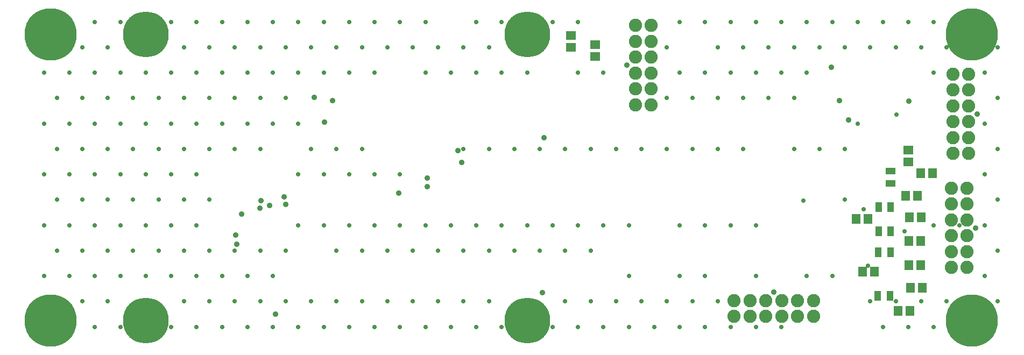
<source format=gbs>
G04*
G04 #@! TF.GenerationSoftware,Altium Limited,Altium Designer,24.3.1 (35)*
G04*
G04 Layer_Color=16711935*
%FSLAX44Y44*%
%MOMM*%
G71*
G04*
G04 #@! TF.SameCoordinates,C3A98564-D86C-46C7-A890-955D0AD343B8*
G04*
G04*
G04 #@! TF.FilePolarity,Negative*
G04*
G01*
G75*
%ADD26R,1.1032X1.5032*%
%ADD27R,1.5032X1.1032*%
%ADD28R,1.3532X1.5532*%
%ADD29R,1.5532X1.3532*%
%ADD32C,7.2032*%
%ADD33C,2.0782*%
%ADD34C,8.2032*%
%ADD35C,0.8782*%
%ADD36C,0.9032*%
%ADD37C,0.7032*%
D26*
X1351940Y88900D02*
D03*
X1370940D02*
D03*
X1353210Y228600D02*
D03*
X1372210D02*
D03*
X1352600Y157480D02*
D03*
X1371600D02*
D03*
X1353210Y190500D02*
D03*
X1372210D02*
D03*
D27*
X1371600Y266090D02*
D03*
Y285090D02*
D03*
D28*
X1317900Y209550D02*
D03*
X1336400D02*
D03*
X1401720Y212090D02*
D03*
X1420220D02*
D03*
X1400450Y175260D02*
D03*
X1418950D02*
D03*
X1413870Y246380D02*
D03*
X1395370D02*
D03*
X1328060Y127000D02*
D03*
X1346560D02*
D03*
X1400450Y137160D02*
D03*
X1418950D02*
D03*
X1402990Y101600D02*
D03*
X1421490D02*
D03*
X1383940Y64770D02*
D03*
X1402440D02*
D03*
X1419500Y281940D02*
D03*
X1438000D02*
D03*
D29*
X868680Y498560D02*
D03*
Y480060D02*
D03*
X906780Y484230D02*
D03*
Y465730D02*
D03*
X1399540Y317860D02*
D03*
Y299360D02*
D03*
D32*
X800000Y500000D02*
D03*
Y50000D02*
D03*
X200000Y500000D02*
D03*
Y50000D02*
D03*
D33*
X1175620Y56500D02*
D03*
X970280Y439420D02*
D03*
X1494790Y437820D02*
D03*
X1469790D02*
D03*
Y412820D02*
D03*
Y387820D02*
D03*
Y362820D02*
D03*
Y337820D02*
D03*
Y312820D02*
D03*
X1494790Y412820D02*
D03*
Y387820D02*
D03*
Y362820D02*
D03*
Y337820D02*
D03*
Y312820D02*
D03*
X1467250Y258280D02*
D03*
Y233280D02*
D03*
Y208280D02*
D03*
Y183280D02*
D03*
Y158280D02*
D03*
Y133280D02*
D03*
X1492250Y258280D02*
D03*
Y233280D02*
D03*
Y208280D02*
D03*
Y183280D02*
D03*
Y158280D02*
D03*
Y133280D02*
D03*
X1125620Y56500D02*
D03*
X1150620D02*
D03*
X1200620D02*
D03*
X1225620D02*
D03*
X1250620D02*
D03*
X1125620Y81500D02*
D03*
X1150620D02*
D03*
X1175620D02*
D03*
X1200620D02*
D03*
X1225620D02*
D03*
X1250620D02*
D03*
X995280Y389420D02*
D03*
Y414420D02*
D03*
Y439420D02*
D03*
Y464420D02*
D03*
Y489420D02*
D03*
Y514420D02*
D03*
X970280Y389420D02*
D03*
Y414420D02*
D03*
Y464420D02*
D03*
Y489420D02*
D03*
Y514420D02*
D03*
D34*
X1500000Y500000D02*
D03*
X50000D02*
D03*
X1500000Y50000D02*
D03*
X50000D02*
D03*
D35*
X1508190Y375320D02*
D03*
X1505650Y195780D02*
D03*
X1188120Y94900D02*
D03*
X956880Y451920D02*
D03*
D36*
X403860Y59690D02*
D03*
X1400810Y394970D02*
D03*
X1278890Y448670D02*
D03*
X464820Y401320D02*
D03*
X697230Y298450D02*
D03*
X379730Y226520D02*
D03*
X380892Y238279D02*
D03*
X417700Y244980D02*
D03*
X420370Y232410D02*
D03*
X598170Y250840D02*
D03*
X394934Y230916D02*
D03*
X824436Y93980D02*
D03*
X350520Y217170D02*
D03*
X642620Y274320D02*
D03*
X690880Y317500D02*
D03*
X826770Y337820D02*
D03*
X1291590Y396240D02*
D03*
X1305560Y365760D02*
D03*
X642620Y260350D02*
D03*
X342900Y170180D02*
D03*
X341630Y184150D02*
D03*
X494030Y396240D02*
D03*
X481330Y361950D02*
D03*
X220000Y480000D02*
D03*
X172500Y500000D02*
D03*
X227500D02*
D03*
X180000Y520000D02*
D03*
X220000D02*
D03*
X200000Y527500D02*
D03*
Y472500D02*
D03*
X180000Y480000D02*
D03*
X800000Y472500D02*
D03*
X780000Y480000D02*
D03*
X820000D02*
D03*
X772500Y500000D02*
D03*
X827500D02*
D03*
X780000Y520000D02*
D03*
X820000D02*
D03*
X800000Y527500D02*
D03*
X772500Y50000D02*
D03*
X780000Y30000D02*
D03*
Y70000D02*
D03*
X800000Y77500D02*
D03*
Y22500D02*
D03*
X820000Y30000D02*
D03*
Y70000D02*
D03*
X827500Y50000D02*
D03*
X172500D02*
D03*
X200000Y22500D02*
D03*
X180000Y30000D02*
D03*
X220000D02*
D03*
X227500Y50000D02*
D03*
X180000Y70000D02*
D03*
X220000D02*
D03*
X200000Y77500D02*
D03*
X1480000Y520000D02*
D03*
X1472500Y500000D02*
D03*
X1500000Y472500D02*
D03*
X1480000Y480000D02*
D03*
X1520000D02*
D03*
X1527500Y500000D02*
D03*
X1520000Y520000D02*
D03*
X1500000Y527500D02*
D03*
X30000Y480000D02*
D03*
X22500Y500000D02*
D03*
X77500D02*
D03*
X30000Y520000D02*
D03*
X70000D02*
D03*
X50000Y527500D02*
D03*
Y472500D02*
D03*
X70000Y480000D02*
D03*
X1500000Y22500D02*
D03*
X1480000Y30000D02*
D03*
X1520000D02*
D03*
X1527500Y50000D02*
D03*
X1480000Y70000D02*
D03*
X1520000D02*
D03*
X1500000Y77500D02*
D03*
X1472500Y50000D02*
D03*
X30000Y30000D02*
D03*
X77500Y50000D02*
D03*
X70000Y30000D02*
D03*
X50000Y22500D02*
D03*
X22500Y50000D02*
D03*
X50000Y77500D02*
D03*
X30000Y70000D02*
D03*
X70000D02*
D03*
D37*
X1540000Y480000D02*
D03*
X1520000Y440000D02*
D03*
X1540000Y400000D02*
D03*
X1520000Y360000D02*
D03*
X1540000Y320000D02*
D03*
X1520000Y280000D02*
D03*
X1540000Y240000D02*
D03*
X1520000Y200000D02*
D03*
X1540000Y160000D02*
D03*
X1520000Y120000D02*
D03*
X1540000Y80000D02*
D03*
X1480000Y200000D02*
D03*
X1440000Y520000D02*
D03*
X1460000Y480000D02*
D03*
X1440000Y440000D02*
D03*
Y200000D02*
D03*
X1460000Y80000D02*
D03*
X1440000Y40000D02*
D03*
X1400000Y520000D02*
D03*
X1420000Y480000D02*
D03*
Y80000D02*
D03*
X1400000Y40000D02*
D03*
X1360000Y520000D02*
D03*
X1380000Y480000D02*
D03*
Y80000D02*
D03*
X1360000Y40000D02*
D03*
X1320000Y520000D02*
D03*
X1340000Y480000D02*
D03*
X1320000Y360000D02*
D03*
X1340000Y80000D02*
D03*
X1280000Y520000D02*
D03*
X1300000Y480000D02*
D03*
Y320000D02*
D03*
Y240000D02*
D03*
X1280000Y120000D02*
D03*
X1240000Y520000D02*
D03*
X1260000Y480000D02*
D03*
X1240000Y440000D02*
D03*
X1260000Y320000D02*
D03*
X1240000Y120000D02*
D03*
X1200000Y520000D02*
D03*
X1220000Y480000D02*
D03*
X1200000Y440000D02*
D03*
X1220000Y400000D02*
D03*
Y320000D02*
D03*
X1200000Y40000D02*
D03*
X1160000Y520000D02*
D03*
X1180000Y480000D02*
D03*
X1160000Y440000D02*
D03*
X1180000Y400000D02*
D03*
X1160000Y200000D02*
D03*
Y120000D02*
D03*
Y40000D02*
D03*
X1120000Y520000D02*
D03*
X1140000Y480000D02*
D03*
X1120000Y440000D02*
D03*
X1140000Y400000D02*
D03*
Y320000D02*
D03*
X1120000Y200000D02*
D03*
Y40000D02*
D03*
X1080000Y520000D02*
D03*
X1100000Y480000D02*
D03*
X1080000Y440000D02*
D03*
X1100000Y400000D02*
D03*
Y320000D02*
D03*
X1080000Y200000D02*
D03*
Y120000D02*
D03*
X1100000Y80000D02*
D03*
X1080000Y40000D02*
D03*
X1040000Y520000D02*
D03*
Y440000D02*
D03*
X1060000Y400000D02*
D03*
Y320000D02*
D03*
X1040000Y200000D02*
D03*
Y120000D02*
D03*
X1060000Y80000D02*
D03*
X1040000Y40000D02*
D03*
X1020000Y480000D02*
D03*
Y400000D02*
D03*
Y320000D02*
D03*
Y80000D02*
D03*
X1000000Y40000D02*
D03*
X980000Y320000D02*
D03*
X960000Y200000D02*
D03*
Y120000D02*
D03*
X980000Y80000D02*
D03*
X960000Y40000D02*
D03*
X920000Y440000D02*
D03*
X940000Y320000D02*
D03*
X920000Y200000D02*
D03*
X940000Y80000D02*
D03*
X920000Y40000D02*
D03*
X880000Y520000D02*
D03*
Y440000D02*
D03*
X900000Y320000D02*
D03*
X880000Y200000D02*
D03*
X900000Y160000D02*
D03*
Y80000D02*
D03*
X880000Y40000D02*
D03*
X840000Y520000D02*
D03*
X860000Y320000D02*
D03*
X840000Y200000D02*
D03*
X860000Y160000D02*
D03*
Y80000D02*
D03*
X840000Y40000D02*
D03*
X800000Y440000D02*
D03*
X820000Y320000D02*
D03*
X800000Y200000D02*
D03*
X820000Y160000D02*
D03*
X760000Y520000D02*
D03*
Y440000D02*
D03*
X780000Y320000D02*
D03*
X760000Y200000D02*
D03*
X780000Y160000D02*
D03*
X760000Y40000D02*
D03*
X720000Y520000D02*
D03*
X740000Y480000D02*
D03*
X720000Y440000D02*
D03*
X740000Y320000D02*
D03*
X720000Y200000D02*
D03*
X740000Y160000D02*
D03*
Y80000D02*
D03*
X720000Y40000D02*
D03*
X700000Y480000D02*
D03*
X680000Y440000D02*
D03*
X700000Y320000D02*
D03*
X680000Y200000D02*
D03*
X700000Y160000D02*
D03*
Y80000D02*
D03*
X680000Y40000D02*
D03*
X640000Y520000D02*
D03*
X660000Y480000D02*
D03*
X640000Y440000D02*
D03*
Y200000D02*
D03*
X660000Y160000D02*
D03*
Y80000D02*
D03*
X640000Y40000D02*
D03*
X600000Y520000D02*
D03*
X620000Y480000D02*
D03*
X600000Y280000D02*
D03*
Y200000D02*
D03*
X620000Y160000D02*
D03*
Y80000D02*
D03*
X600000Y40000D02*
D03*
X560000Y520000D02*
D03*
X580000Y480000D02*
D03*
X560000Y440000D02*
D03*
Y280000D02*
D03*
Y200000D02*
D03*
X580000Y160000D02*
D03*
Y80000D02*
D03*
X560000Y40000D02*
D03*
X520000Y520000D02*
D03*
X540000Y480000D02*
D03*
X520000Y440000D02*
D03*
X540000Y320000D02*
D03*
X520000Y280000D02*
D03*
Y200000D02*
D03*
X540000Y160000D02*
D03*
Y80000D02*
D03*
X520000Y40000D02*
D03*
X480000Y520000D02*
D03*
X500000Y480000D02*
D03*
X480000Y440000D02*
D03*
X500000Y320000D02*
D03*
X480000Y280000D02*
D03*
Y200000D02*
D03*
X500000Y160000D02*
D03*
Y80000D02*
D03*
X480000Y40000D02*
D03*
X440000Y520000D02*
D03*
X460000Y480000D02*
D03*
X440000Y440000D02*
D03*
Y360000D02*
D03*
X460000Y320000D02*
D03*
X440000Y280000D02*
D03*
Y200000D02*
D03*
X460000Y80000D02*
D03*
X440000Y40000D02*
D03*
X400000Y520000D02*
D03*
X420000Y480000D02*
D03*
X400000Y440000D02*
D03*
X420000Y400000D02*
D03*
X400000Y360000D02*
D03*
X420000Y160000D02*
D03*
X400000Y120000D02*
D03*
X420000Y80000D02*
D03*
X400000Y40000D02*
D03*
X360000Y520000D02*
D03*
X380000Y480000D02*
D03*
X360000Y440000D02*
D03*
X380000Y400000D02*
D03*
X360000Y360000D02*
D03*
X380000Y320000D02*
D03*
Y160000D02*
D03*
X360000Y120000D02*
D03*
X380000Y80000D02*
D03*
X360000Y40000D02*
D03*
X320000Y520000D02*
D03*
X340000Y480000D02*
D03*
X320000Y440000D02*
D03*
X340000Y400000D02*
D03*
X320000Y360000D02*
D03*
X340000Y320000D02*
D03*
Y160000D02*
D03*
X320000Y120000D02*
D03*
X340000Y80000D02*
D03*
X320000Y40000D02*
D03*
X280000Y520000D02*
D03*
X300000Y480000D02*
D03*
X280000Y440000D02*
D03*
X300000Y400000D02*
D03*
X280000Y360000D02*
D03*
X300000Y320000D02*
D03*
X280000Y280000D02*
D03*
X300000Y240000D02*
D03*
X280000Y200000D02*
D03*
X300000Y160000D02*
D03*
X280000Y120000D02*
D03*
X300000Y80000D02*
D03*
X280000Y40000D02*
D03*
X240000Y520000D02*
D03*
X260000Y480000D02*
D03*
X240000Y440000D02*
D03*
X260000Y400000D02*
D03*
X240000Y360000D02*
D03*
X260000Y320000D02*
D03*
X240000Y280000D02*
D03*
X260000Y240000D02*
D03*
X240000Y200000D02*
D03*
X260000Y160000D02*
D03*
X240000Y120000D02*
D03*
X260000Y80000D02*
D03*
X240000Y40000D02*
D03*
X200000Y440000D02*
D03*
X220000Y400000D02*
D03*
X200000Y360000D02*
D03*
X220000Y320000D02*
D03*
X200000Y280000D02*
D03*
X220000Y240000D02*
D03*
X200000Y200000D02*
D03*
X220000Y160000D02*
D03*
X200000Y120000D02*
D03*
X160000Y520000D02*
D03*
Y440000D02*
D03*
X180000Y400000D02*
D03*
X160000Y360000D02*
D03*
X180000Y320000D02*
D03*
X160000Y280000D02*
D03*
X180000Y240000D02*
D03*
X160000Y200000D02*
D03*
X180000Y160000D02*
D03*
X160000Y120000D02*
D03*
Y40000D02*
D03*
X120000Y520000D02*
D03*
X140000Y480000D02*
D03*
X120000Y440000D02*
D03*
X140000Y400000D02*
D03*
X120000Y360000D02*
D03*
X140000Y320000D02*
D03*
X120000Y280000D02*
D03*
X140000Y240000D02*
D03*
X120000Y200000D02*
D03*
X140000Y160000D02*
D03*
X120000Y120000D02*
D03*
X140000Y80000D02*
D03*
X120000Y40000D02*
D03*
X100000Y480000D02*
D03*
X80000Y440000D02*
D03*
X100000Y400000D02*
D03*
X80000Y360000D02*
D03*
X100000Y320000D02*
D03*
X80000Y280000D02*
D03*
X100000Y240000D02*
D03*
X80000Y200000D02*
D03*
X100000Y160000D02*
D03*
X80000Y120000D02*
D03*
X100000Y80000D02*
D03*
X40000Y440000D02*
D03*
X60000Y400000D02*
D03*
X40000Y360000D02*
D03*
X60000Y320000D02*
D03*
X40000Y280000D02*
D03*
X60000Y240000D02*
D03*
X40000Y200000D02*
D03*
X60000Y160000D02*
D03*
X40000Y120000D02*
D03*
X1329870Y224790D02*
D03*
X1234440Y238410D02*
D03*
X1336040Y135890D02*
D03*
X1394180Y190220D02*
D03*
X1381400Y373740D02*
D03*
M02*

</source>
